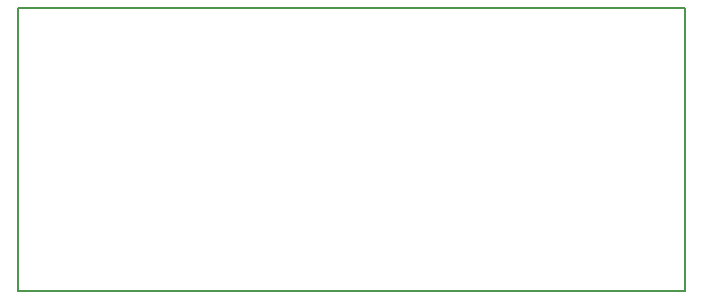
<source format=gbr>
G04 #@! TF.GenerationSoftware,KiCad,Pcbnew,(5.0.2)-1*
G04 #@! TF.CreationDate,2021-01-02T20:32:08+01:00*
G04 #@! TF.ProjectId,Radmesser,5261646d-6573-4736-9572-2e6b69636164,rev?*
G04 #@! TF.SameCoordinates,Original*
G04 #@! TF.FileFunction,Profile,NP*
%FSLAX46Y46*%
G04 Gerber Fmt 4.6, Leading zero omitted, Abs format (unit mm)*
G04 Created by KiCad (PCBNEW (5.0.2)-1) date 02.01.2021 20:32:08*
%MOMM*%
%LPD*%
G01*
G04 APERTURE LIST*
%ADD10C,0.150000*%
G04 APERTURE END LIST*
D10*
X143510000Y-104150000D02*
X143510000Y-80150000D01*
X200000000Y-104140000D02*
X143510000Y-104150000D01*
X200000000Y-80150000D02*
X200000000Y-104140000D01*
X143510000Y-80150000D02*
X200000000Y-80150000D01*
M02*

</source>
